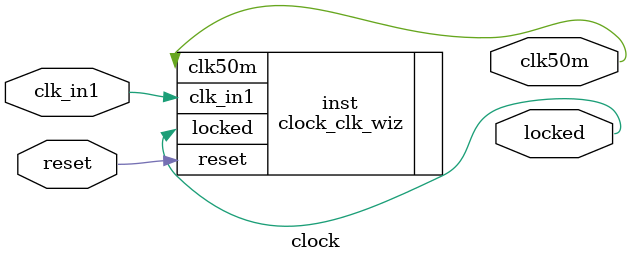
<source format=v>


`timescale 1ps/1ps

(* CORE_GENERATION_INFO = "clock,clk_wiz_v6_0_1_0_0,{component_name=clock,use_phase_alignment=true,use_min_o_jitter=false,use_max_i_jitter=false,use_dyn_phase_shift=false,use_inclk_switchover=false,use_dyn_reconfig=false,enable_axi=0,feedback_source=FDBK_AUTO,PRIMITIVE=MMCM,num_out_clk=1,clkin1_period=10.000,clkin2_period=10.000,use_power_down=false,use_reset=true,use_locked=true,use_inclk_stopped=false,feedback_type=SINGLE,CLOCK_MGR_TYPE=NA,manual_override=false}" *)

module clock 
 (
  // Clock out ports
  output        clk50m,
  // Status and control signals
  input         reset,
  output        locked,
 // Clock in ports
  input         clk_in1
 );

  clock_clk_wiz inst
  (
  // Clock out ports  
  .clk50m(clk50m),
  // Status and control signals               
  .reset(reset), 
  .locked(locked),
 // Clock in ports
  .clk_in1(clk_in1)
  );

endmodule

</source>
